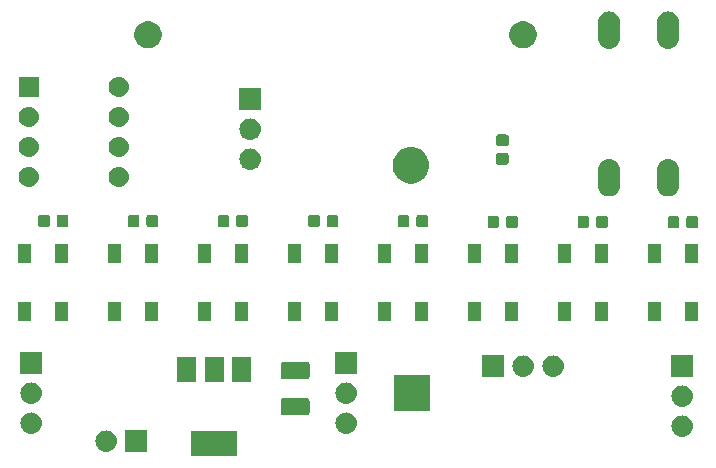
<source format=gbr>
G04 #@! TF.GenerationSoftware,KiCad,Pcbnew,(5.1.2-1)-1*
G04 #@! TF.CreationDate,2020-01-28T06:09:07-07:00*
G04 #@! TF.ProjectId,tiny_stick,74696e79-5f73-4746-9963-6b2e6b696361,rev?*
G04 #@! TF.SameCoordinates,Original*
G04 #@! TF.FileFunction,Soldermask,Top*
G04 #@! TF.FilePolarity,Negative*
%FSLAX46Y46*%
G04 Gerber Fmt 4.6, Leading zero omitted, Abs format (unit mm)*
G04 Created by KiCad (PCBNEW (5.1.2-1)-1) date 2020-01-28 06:09:07*
%MOMM*%
%LPD*%
G04 APERTURE LIST*
%ADD10C,0.100000*%
G04 APERTURE END LIST*
D10*
G36*
X105329000Y-103642000D02*
G01*
X101427000Y-103642000D01*
X101427000Y-101540000D01*
X105329000Y-101540000D01*
X105329000Y-103642000D01*
X105329000Y-103642000D01*
G37*
G36*
X97675000Y-103263000D02*
G01*
X95873000Y-103263000D01*
X95873000Y-101461000D01*
X97675000Y-101461000D01*
X97675000Y-103263000D01*
X97675000Y-103263000D01*
G37*
G36*
X94344442Y-101467518D02*
G01*
X94410627Y-101474037D01*
X94580466Y-101525557D01*
X94736991Y-101609222D01*
X94772729Y-101638552D01*
X94874186Y-101721814D01*
X94957448Y-101823271D01*
X94986778Y-101859009D01*
X95070443Y-102015534D01*
X95121963Y-102185373D01*
X95139359Y-102362000D01*
X95121963Y-102538627D01*
X95070443Y-102708466D01*
X94986778Y-102864991D01*
X94957448Y-102900729D01*
X94874186Y-103002186D01*
X94772729Y-103085448D01*
X94736991Y-103114778D01*
X94580466Y-103198443D01*
X94410627Y-103249963D01*
X94344442Y-103256482D01*
X94278260Y-103263000D01*
X94189740Y-103263000D01*
X94123558Y-103256482D01*
X94057373Y-103249963D01*
X93887534Y-103198443D01*
X93731009Y-103114778D01*
X93695271Y-103085448D01*
X93593814Y-103002186D01*
X93510552Y-102900729D01*
X93481222Y-102864991D01*
X93397557Y-102708466D01*
X93346037Y-102538627D01*
X93328641Y-102362000D01*
X93346037Y-102185373D01*
X93397557Y-102015534D01*
X93481222Y-101859009D01*
X93510552Y-101823271D01*
X93593814Y-101721814D01*
X93695271Y-101638552D01*
X93731009Y-101609222D01*
X93887534Y-101525557D01*
X94057373Y-101474037D01*
X94123558Y-101467518D01*
X94189740Y-101461000D01*
X94278260Y-101461000D01*
X94344442Y-101467518D01*
X94344442Y-101467518D01*
G37*
G36*
X143112442Y-100197518D02*
G01*
X143178627Y-100204037D01*
X143348466Y-100255557D01*
X143504991Y-100339222D01*
X143540729Y-100368552D01*
X143642186Y-100451814D01*
X143725448Y-100553271D01*
X143754778Y-100589009D01*
X143838443Y-100745534D01*
X143889963Y-100915373D01*
X143907359Y-101092000D01*
X143889963Y-101268627D01*
X143838443Y-101438466D01*
X143754778Y-101594991D01*
X143725448Y-101630729D01*
X143642186Y-101732186D01*
X143540729Y-101815448D01*
X143504991Y-101844778D01*
X143348466Y-101928443D01*
X143178627Y-101979963D01*
X143112442Y-101986482D01*
X143046260Y-101993000D01*
X142957740Y-101993000D01*
X142891558Y-101986482D01*
X142825373Y-101979963D01*
X142655534Y-101928443D01*
X142499009Y-101844778D01*
X142463271Y-101815448D01*
X142361814Y-101732186D01*
X142278552Y-101630729D01*
X142249222Y-101594991D01*
X142165557Y-101438466D01*
X142114037Y-101268627D01*
X142096641Y-101092000D01*
X142114037Y-100915373D01*
X142165557Y-100745534D01*
X142249222Y-100589009D01*
X142278552Y-100553271D01*
X142361814Y-100451814D01*
X142463271Y-100368552D01*
X142499009Y-100339222D01*
X142655534Y-100255557D01*
X142825373Y-100204037D01*
X142891558Y-100197518D01*
X142957740Y-100191000D01*
X143046260Y-100191000D01*
X143112442Y-100197518D01*
X143112442Y-100197518D01*
G37*
G36*
X114664443Y-99943519D02*
G01*
X114730627Y-99950037D01*
X114900466Y-100001557D01*
X114900468Y-100001558D01*
X114978729Y-100043390D01*
X115056991Y-100085222D01*
X115089020Y-100111508D01*
X115194186Y-100197814D01*
X115277448Y-100299271D01*
X115306778Y-100335009D01*
X115390443Y-100491534D01*
X115441963Y-100661373D01*
X115459359Y-100838000D01*
X115441963Y-101014627D01*
X115390443Y-101184466D01*
X115306778Y-101340991D01*
X115277448Y-101376729D01*
X115194186Y-101478186D01*
X115118864Y-101540000D01*
X115056991Y-101590778D01*
X114900466Y-101674443D01*
X114730627Y-101725963D01*
X114667453Y-101732185D01*
X114598260Y-101739000D01*
X114509740Y-101739000D01*
X114440547Y-101732185D01*
X114377373Y-101725963D01*
X114207534Y-101674443D01*
X114051009Y-101590778D01*
X113989136Y-101540000D01*
X113913814Y-101478186D01*
X113830552Y-101376729D01*
X113801222Y-101340991D01*
X113717557Y-101184466D01*
X113666037Y-101014627D01*
X113648641Y-100838000D01*
X113666037Y-100661373D01*
X113717557Y-100491534D01*
X113801222Y-100335009D01*
X113830552Y-100299271D01*
X113913814Y-100197814D01*
X114018980Y-100111508D01*
X114051009Y-100085222D01*
X114129271Y-100043390D01*
X114207532Y-100001558D01*
X114207534Y-100001557D01*
X114377373Y-99950037D01*
X114443557Y-99943519D01*
X114509740Y-99937000D01*
X114598260Y-99937000D01*
X114664443Y-99943519D01*
X114664443Y-99943519D01*
G37*
G36*
X87994443Y-99943519D02*
G01*
X88060627Y-99950037D01*
X88230466Y-100001557D01*
X88230468Y-100001558D01*
X88308729Y-100043390D01*
X88386991Y-100085222D01*
X88419020Y-100111508D01*
X88524186Y-100197814D01*
X88607448Y-100299271D01*
X88636778Y-100335009D01*
X88720443Y-100491534D01*
X88771963Y-100661373D01*
X88789359Y-100838000D01*
X88771963Y-101014627D01*
X88720443Y-101184466D01*
X88636778Y-101340991D01*
X88607448Y-101376729D01*
X88524186Y-101478186D01*
X88448864Y-101540000D01*
X88386991Y-101590778D01*
X88230466Y-101674443D01*
X88060627Y-101725963D01*
X87997453Y-101732185D01*
X87928260Y-101739000D01*
X87839740Y-101739000D01*
X87770547Y-101732185D01*
X87707373Y-101725963D01*
X87537534Y-101674443D01*
X87381009Y-101590778D01*
X87319136Y-101540000D01*
X87243814Y-101478186D01*
X87160552Y-101376729D01*
X87131222Y-101340991D01*
X87047557Y-101184466D01*
X86996037Y-101014627D01*
X86978641Y-100838000D01*
X86996037Y-100661373D01*
X87047557Y-100491534D01*
X87131222Y-100335009D01*
X87160552Y-100299271D01*
X87243814Y-100197814D01*
X87348980Y-100111508D01*
X87381009Y-100085222D01*
X87459271Y-100043390D01*
X87537532Y-100001558D01*
X87537534Y-100001557D01*
X87707373Y-99950037D01*
X87773557Y-99943519D01*
X87839740Y-99937000D01*
X87928260Y-99937000D01*
X87994443Y-99943519D01*
X87994443Y-99943519D01*
G37*
G36*
X111307811Y-98745271D02*
G01*
X111343603Y-98756129D01*
X111376595Y-98773763D01*
X111405508Y-98797492D01*
X111429237Y-98826405D01*
X111446871Y-98859397D01*
X111457729Y-98895189D01*
X111462000Y-98938555D01*
X111462000Y-99970445D01*
X111457729Y-100013811D01*
X111446871Y-100049603D01*
X111429237Y-100082595D01*
X111405508Y-100111508D01*
X111376595Y-100135237D01*
X111343603Y-100152871D01*
X111307811Y-100163729D01*
X111264445Y-100168000D01*
X109207555Y-100168000D01*
X109164189Y-100163729D01*
X109128397Y-100152871D01*
X109095405Y-100135237D01*
X109066492Y-100111508D01*
X109042763Y-100082595D01*
X109025129Y-100049603D01*
X109014271Y-100013811D01*
X109010000Y-99970445D01*
X109010000Y-98938555D01*
X109014271Y-98895189D01*
X109025129Y-98859397D01*
X109042763Y-98826405D01*
X109066492Y-98797492D01*
X109095405Y-98773763D01*
X109128397Y-98756129D01*
X109164189Y-98745271D01*
X109207555Y-98741000D01*
X111264445Y-98741000D01*
X111307811Y-98745271D01*
X111307811Y-98745271D01*
G37*
G36*
X121693000Y-99849000D02*
G01*
X118591000Y-99849000D01*
X118591000Y-96747000D01*
X121693000Y-96747000D01*
X121693000Y-99849000D01*
X121693000Y-99849000D01*
G37*
G36*
X143112443Y-97657519D02*
G01*
X143178627Y-97664037D01*
X143348466Y-97715557D01*
X143504991Y-97799222D01*
X143540729Y-97828552D01*
X143642186Y-97911814D01*
X143725448Y-98013271D01*
X143754778Y-98049009D01*
X143838443Y-98205534D01*
X143889963Y-98375373D01*
X143907359Y-98552000D01*
X143889963Y-98728627D01*
X143838443Y-98898466D01*
X143754778Y-99054991D01*
X143725448Y-99090729D01*
X143642186Y-99192186D01*
X143540729Y-99275448D01*
X143504991Y-99304778D01*
X143348466Y-99388443D01*
X143178627Y-99439963D01*
X143112443Y-99446481D01*
X143046260Y-99453000D01*
X142957740Y-99453000D01*
X142891557Y-99446481D01*
X142825373Y-99439963D01*
X142655534Y-99388443D01*
X142499009Y-99304778D01*
X142463271Y-99275448D01*
X142361814Y-99192186D01*
X142278552Y-99090729D01*
X142249222Y-99054991D01*
X142165557Y-98898466D01*
X142114037Y-98728627D01*
X142096641Y-98552000D01*
X142114037Y-98375373D01*
X142165557Y-98205534D01*
X142249222Y-98049009D01*
X142278552Y-98013271D01*
X142361814Y-97911814D01*
X142463271Y-97828552D01*
X142499009Y-97799222D01*
X142655534Y-97715557D01*
X142825373Y-97664037D01*
X142891557Y-97657519D01*
X142957740Y-97651000D01*
X143046260Y-97651000D01*
X143112443Y-97657519D01*
X143112443Y-97657519D01*
G37*
G36*
X114664442Y-97403518D02*
G01*
X114730627Y-97410037D01*
X114900466Y-97461557D01*
X115056991Y-97545222D01*
X115092729Y-97574552D01*
X115194186Y-97657814D01*
X115277448Y-97759271D01*
X115306778Y-97795009D01*
X115390443Y-97951534D01*
X115441963Y-98121373D01*
X115459359Y-98298000D01*
X115441963Y-98474627D01*
X115390443Y-98644466D01*
X115306778Y-98800991D01*
X115285921Y-98826405D01*
X115194186Y-98938186D01*
X115092729Y-99021448D01*
X115056991Y-99050778D01*
X114900466Y-99134443D01*
X114730627Y-99185963D01*
X114667453Y-99192185D01*
X114598260Y-99199000D01*
X114509740Y-99199000D01*
X114440547Y-99192185D01*
X114377373Y-99185963D01*
X114207534Y-99134443D01*
X114051009Y-99050778D01*
X114015271Y-99021448D01*
X113913814Y-98938186D01*
X113822079Y-98826405D01*
X113801222Y-98800991D01*
X113717557Y-98644466D01*
X113666037Y-98474627D01*
X113648641Y-98298000D01*
X113666037Y-98121373D01*
X113717557Y-97951534D01*
X113801222Y-97795009D01*
X113830552Y-97759271D01*
X113913814Y-97657814D01*
X114015271Y-97574552D01*
X114051009Y-97545222D01*
X114207534Y-97461557D01*
X114377373Y-97410037D01*
X114443558Y-97403518D01*
X114509740Y-97397000D01*
X114598260Y-97397000D01*
X114664442Y-97403518D01*
X114664442Y-97403518D01*
G37*
G36*
X87994442Y-97403518D02*
G01*
X88060627Y-97410037D01*
X88230466Y-97461557D01*
X88386991Y-97545222D01*
X88422729Y-97574552D01*
X88524186Y-97657814D01*
X88607448Y-97759271D01*
X88636778Y-97795009D01*
X88720443Y-97951534D01*
X88771963Y-98121373D01*
X88789359Y-98298000D01*
X88771963Y-98474627D01*
X88720443Y-98644466D01*
X88636778Y-98800991D01*
X88615921Y-98826405D01*
X88524186Y-98938186D01*
X88422729Y-99021448D01*
X88386991Y-99050778D01*
X88230466Y-99134443D01*
X88060627Y-99185963D01*
X87997453Y-99192185D01*
X87928260Y-99199000D01*
X87839740Y-99199000D01*
X87770547Y-99192185D01*
X87707373Y-99185963D01*
X87537534Y-99134443D01*
X87381009Y-99050778D01*
X87345271Y-99021448D01*
X87243814Y-98938186D01*
X87152079Y-98826405D01*
X87131222Y-98800991D01*
X87047557Y-98644466D01*
X86996037Y-98474627D01*
X86978641Y-98298000D01*
X86996037Y-98121373D01*
X87047557Y-97951534D01*
X87131222Y-97795009D01*
X87160552Y-97759271D01*
X87243814Y-97657814D01*
X87345271Y-97574552D01*
X87381009Y-97545222D01*
X87537534Y-97461557D01*
X87707373Y-97410037D01*
X87773558Y-97403518D01*
X87839740Y-97397000D01*
X87928260Y-97397000D01*
X87994442Y-97403518D01*
X87994442Y-97403518D01*
G37*
G36*
X101879000Y-97342000D02*
G01*
X100277000Y-97342000D01*
X100277000Y-95240000D01*
X101879000Y-95240000D01*
X101879000Y-97342000D01*
X101879000Y-97342000D01*
G37*
G36*
X106479000Y-97342000D02*
G01*
X104877000Y-97342000D01*
X104877000Y-95240000D01*
X106479000Y-95240000D01*
X106479000Y-97342000D01*
X106479000Y-97342000D01*
G37*
G36*
X104179000Y-97342000D02*
G01*
X102577000Y-97342000D01*
X102577000Y-95240000D01*
X104179000Y-95240000D01*
X104179000Y-97342000D01*
X104179000Y-97342000D01*
G37*
G36*
X111307811Y-95670271D02*
G01*
X111343603Y-95681129D01*
X111376595Y-95698763D01*
X111405508Y-95722492D01*
X111429237Y-95751405D01*
X111446871Y-95784397D01*
X111457729Y-95820189D01*
X111462000Y-95863555D01*
X111462000Y-96895445D01*
X111457729Y-96938811D01*
X111446871Y-96974603D01*
X111429237Y-97007595D01*
X111405508Y-97036508D01*
X111376595Y-97060237D01*
X111343603Y-97077871D01*
X111307811Y-97088729D01*
X111264445Y-97093000D01*
X109207555Y-97093000D01*
X109164189Y-97088729D01*
X109128397Y-97077871D01*
X109095405Y-97060237D01*
X109066492Y-97036508D01*
X109042763Y-97007595D01*
X109025129Y-96974603D01*
X109014271Y-96938811D01*
X109010000Y-96895445D01*
X109010000Y-95863555D01*
X109014271Y-95820189D01*
X109025129Y-95784397D01*
X109042763Y-95751405D01*
X109066492Y-95722492D01*
X109095405Y-95698763D01*
X109128397Y-95681129D01*
X109164189Y-95670271D01*
X109207555Y-95666000D01*
X111264445Y-95666000D01*
X111307811Y-95670271D01*
X111307811Y-95670271D01*
G37*
G36*
X143903000Y-96913000D02*
G01*
X142101000Y-96913000D01*
X142101000Y-95111000D01*
X143903000Y-95111000D01*
X143903000Y-96913000D01*
X143903000Y-96913000D01*
G37*
G36*
X132190442Y-95117518D02*
G01*
X132256627Y-95124037D01*
X132426466Y-95175557D01*
X132582991Y-95259222D01*
X132618729Y-95288552D01*
X132720186Y-95371814D01*
X132803448Y-95473271D01*
X132832778Y-95509009D01*
X132916443Y-95665534D01*
X132967963Y-95835373D01*
X132985359Y-96012000D01*
X132967963Y-96188627D01*
X132916443Y-96358466D01*
X132832778Y-96514991D01*
X132803448Y-96550729D01*
X132720186Y-96652186D01*
X132618729Y-96735448D01*
X132582991Y-96764778D01*
X132426466Y-96848443D01*
X132256627Y-96899963D01*
X132190443Y-96906481D01*
X132124260Y-96913000D01*
X132035740Y-96913000D01*
X131969557Y-96906481D01*
X131903373Y-96899963D01*
X131733534Y-96848443D01*
X131577009Y-96764778D01*
X131541271Y-96735448D01*
X131439814Y-96652186D01*
X131356552Y-96550729D01*
X131327222Y-96514991D01*
X131243557Y-96358466D01*
X131192037Y-96188627D01*
X131174641Y-96012000D01*
X131192037Y-95835373D01*
X131243557Y-95665534D01*
X131327222Y-95509009D01*
X131356552Y-95473271D01*
X131439814Y-95371814D01*
X131541271Y-95288552D01*
X131577009Y-95259222D01*
X131733534Y-95175557D01*
X131903373Y-95124037D01*
X131969558Y-95117518D01*
X132035740Y-95111000D01*
X132124260Y-95111000D01*
X132190442Y-95117518D01*
X132190442Y-95117518D01*
G37*
G36*
X129650442Y-95117518D02*
G01*
X129716627Y-95124037D01*
X129886466Y-95175557D01*
X130042991Y-95259222D01*
X130078729Y-95288552D01*
X130180186Y-95371814D01*
X130263448Y-95473271D01*
X130292778Y-95509009D01*
X130376443Y-95665534D01*
X130427963Y-95835373D01*
X130445359Y-96012000D01*
X130427963Y-96188627D01*
X130376443Y-96358466D01*
X130292778Y-96514991D01*
X130263448Y-96550729D01*
X130180186Y-96652186D01*
X130078729Y-96735448D01*
X130042991Y-96764778D01*
X129886466Y-96848443D01*
X129716627Y-96899963D01*
X129650443Y-96906481D01*
X129584260Y-96913000D01*
X129495740Y-96913000D01*
X129429557Y-96906481D01*
X129363373Y-96899963D01*
X129193534Y-96848443D01*
X129037009Y-96764778D01*
X129001271Y-96735448D01*
X128899814Y-96652186D01*
X128816552Y-96550729D01*
X128787222Y-96514991D01*
X128703557Y-96358466D01*
X128652037Y-96188627D01*
X128634641Y-96012000D01*
X128652037Y-95835373D01*
X128703557Y-95665534D01*
X128787222Y-95509009D01*
X128816552Y-95473271D01*
X128899814Y-95371814D01*
X129001271Y-95288552D01*
X129037009Y-95259222D01*
X129193534Y-95175557D01*
X129363373Y-95124037D01*
X129429558Y-95117518D01*
X129495740Y-95111000D01*
X129584260Y-95111000D01*
X129650442Y-95117518D01*
X129650442Y-95117518D01*
G37*
G36*
X127901000Y-96913000D02*
G01*
X126099000Y-96913000D01*
X126099000Y-95111000D01*
X127901000Y-95111000D01*
X127901000Y-96913000D01*
X127901000Y-96913000D01*
G37*
G36*
X115455000Y-96659000D02*
G01*
X113653000Y-96659000D01*
X113653000Y-94857000D01*
X115455000Y-94857000D01*
X115455000Y-96659000D01*
X115455000Y-96659000D01*
G37*
G36*
X88785000Y-96659000D02*
G01*
X86983000Y-96659000D01*
X86983000Y-94857000D01*
X88785000Y-94857000D01*
X88785000Y-96659000D01*
X88785000Y-96659000D01*
G37*
G36*
X133571000Y-92151000D02*
G01*
X132469000Y-92151000D01*
X132469000Y-90549000D01*
X133571000Y-90549000D01*
X133571000Y-92151000D01*
X133571000Y-92151000D01*
G37*
G36*
X144391000Y-92151000D02*
G01*
X143289000Y-92151000D01*
X143289000Y-90549000D01*
X144391000Y-90549000D01*
X144391000Y-92151000D01*
X144391000Y-92151000D01*
G37*
G36*
X110711000Y-92151000D02*
G01*
X109609000Y-92151000D01*
X109609000Y-90549000D01*
X110711000Y-90549000D01*
X110711000Y-92151000D01*
X110711000Y-92151000D01*
G37*
G36*
X136771000Y-92151000D02*
G01*
X135669000Y-92151000D01*
X135669000Y-90549000D01*
X136771000Y-90549000D01*
X136771000Y-92151000D01*
X136771000Y-92151000D01*
G37*
G36*
X113911000Y-92151000D02*
G01*
X112809000Y-92151000D01*
X112809000Y-90549000D01*
X113911000Y-90549000D01*
X113911000Y-92151000D01*
X113911000Y-92151000D01*
G37*
G36*
X118331000Y-92151000D02*
G01*
X117229000Y-92151000D01*
X117229000Y-90549000D01*
X118331000Y-90549000D01*
X118331000Y-92151000D01*
X118331000Y-92151000D01*
G37*
G36*
X125951000Y-92151000D02*
G01*
X124849000Y-92151000D01*
X124849000Y-90549000D01*
X125951000Y-90549000D01*
X125951000Y-92151000D01*
X125951000Y-92151000D01*
G37*
G36*
X121531000Y-92151000D02*
G01*
X120429000Y-92151000D01*
X120429000Y-90549000D01*
X121531000Y-90549000D01*
X121531000Y-92151000D01*
X121531000Y-92151000D01*
G37*
G36*
X129151000Y-92151000D02*
G01*
X128049000Y-92151000D01*
X128049000Y-90549000D01*
X129151000Y-90549000D01*
X129151000Y-92151000D01*
X129151000Y-92151000D01*
G37*
G36*
X141191000Y-92151000D02*
G01*
X140089000Y-92151000D01*
X140089000Y-90549000D01*
X141191000Y-90549000D01*
X141191000Y-92151000D01*
X141191000Y-92151000D01*
G37*
G36*
X103091000Y-92151000D02*
G01*
X101989000Y-92151000D01*
X101989000Y-90549000D01*
X103091000Y-90549000D01*
X103091000Y-92151000D01*
X103091000Y-92151000D01*
G37*
G36*
X87851000Y-92151000D02*
G01*
X86749000Y-92151000D01*
X86749000Y-90549000D01*
X87851000Y-90549000D01*
X87851000Y-92151000D01*
X87851000Y-92151000D01*
G37*
G36*
X106291000Y-92151000D02*
G01*
X105189000Y-92151000D01*
X105189000Y-90549000D01*
X106291000Y-90549000D01*
X106291000Y-92151000D01*
X106291000Y-92151000D01*
G37*
G36*
X95471000Y-92151000D02*
G01*
X94369000Y-92151000D01*
X94369000Y-90549000D01*
X95471000Y-90549000D01*
X95471000Y-92151000D01*
X95471000Y-92151000D01*
G37*
G36*
X98671000Y-92151000D02*
G01*
X97569000Y-92151000D01*
X97569000Y-90549000D01*
X98671000Y-90549000D01*
X98671000Y-92151000D01*
X98671000Y-92151000D01*
G37*
G36*
X91051000Y-92151000D02*
G01*
X89949000Y-92151000D01*
X89949000Y-90549000D01*
X91051000Y-90549000D01*
X91051000Y-92151000D01*
X91051000Y-92151000D01*
G37*
G36*
X121531000Y-87251000D02*
G01*
X120429000Y-87251000D01*
X120429000Y-85649000D01*
X121531000Y-85649000D01*
X121531000Y-87251000D01*
X121531000Y-87251000D01*
G37*
G36*
X95471000Y-87251000D02*
G01*
X94369000Y-87251000D01*
X94369000Y-85649000D01*
X95471000Y-85649000D01*
X95471000Y-87251000D01*
X95471000Y-87251000D01*
G37*
G36*
X110711000Y-87251000D02*
G01*
X109609000Y-87251000D01*
X109609000Y-85649000D01*
X110711000Y-85649000D01*
X110711000Y-87251000D01*
X110711000Y-87251000D01*
G37*
G36*
X106291000Y-87251000D02*
G01*
X105189000Y-87251000D01*
X105189000Y-85649000D01*
X106291000Y-85649000D01*
X106291000Y-87251000D01*
X106291000Y-87251000D01*
G37*
G36*
X103091000Y-87251000D02*
G01*
X101989000Y-87251000D01*
X101989000Y-85649000D01*
X103091000Y-85649000D01*
X103091000Y-87251000D01*
X103091000Y-87251000D01*
G37*
G36*
X98671000Y-87251000D02*
G01*
X97569000Y-87251000D01*
X97569000Y-85649000D01*
X98671000Y-85649000D01*
X98671000Y-87251000D01*
X98671000Y-87251000D01*
G37*
G36*
X118331000Y-87251000D02*
G01*
X117229000Y-87251000D01*
X117229000Y-85649000D01*
X118331000Y-85649000D01*
X118331000Y-87251000D01*
X118331000Y-87251000D01*
G37*
G36*
X91051000Y-87251000D02*
G01*
X89949000Y-87251000D01*
X89949000Y-85649000D01*
X91051000Y-85649000D01*
X91051000Y-87251000D01*
X91051000Y-87251000D01*
G37*
G36*
X87851000Y-87251000D02*
G01*
X86749000Y-87251000D01*
X86749000Y-85649000D01*
X87851000Y-85649000D01*
X87851000Y-87251000D01*
X87851000Y-87251000D01*
G37*
G36*
X113911000Y-87251000D02*
G01*
X112809000Y-87251000D01*
X112809000Y-85649000D01*
X113911000Y-85649000D01*
X113911000Y-87251000D01*
X113911000Y-87251000D01*
G37*
G36*
X144391000Y-87251000D02*
G01*
X143289000Y-87251000D01*
X143289000Y-85649000D01*
X144391000Y-85649000D01*
X144391000Y-87251000D01*
X144391000Y-87251000D01*
G37*
G36*
X141191000Y-87251000D02*
G01*
X140089000Y-87251000D01*
X140089000Y-85649000D01*
X141191000Y-85649000D01*
X141191000Y-87251000D01*
X141191000Y-87251000D01*
G37*
G36*
X129151000Y-87251000D02*
G01*
X128049000Y-87251000D01*
X128049000Y-85649000D01*
X129151000Y-85649000D01*
X129151000Y-87251000D01*
X129151000Y-87251000D01*
G37*
G36*
X125951000Y-87251000D02*
G01*
X124849000Y-87251000D01*
X124849000Y-85649000D01*
X125951000Y-85649000D01*
X125951000Y-87251000D01*
X125951000Y-87251000D01*
G37*
G36*
X136771000Y-87251000D02*
G01*
X135669000Y-87251000D01*
X135669000Y-85649000D01*
X136771000Y-85649000D01*
X136771000Y-87251000D01*
X136771000Y-87251000D01*
G37*
G36*
X133571000Y-87251000D02*
G01*
X132469000Y-87251000D01*
X132469000Y-85649000D01*
X133571000Y-85649000D01*
X133571000Y-87251000D01*
X133571000Y-87251000D01*
G37*
G36*
X144207791Y-83298085D02*
G01*
X144241769Y-83308393D01*
X144273090Y-83325134D01*
X144300539Y-83347661D01*
X144323066Y-83375110D01*
X144339807Y-83406431D01*
X144350115Y-83440409D01*
X144354200Y-83481890D01*
X144354200Y-84158110D01*
X144350115Y-84199591D01*
X144339807Y-84233569D01*
X144323066Y-84264890D01*
X144300539Y-84292339D01*
X144273090Y-84314866D01*
X144241769Y-84331607D01*
X144207791Y-84341915D01*
X144166310Y-84346000D01*
X143565090Y-84346000D01*
X143523609Y-84341915D01*
X143489631Y-84331607D01*
X143458310Y-84314866D01*
X143430861Y-84292339D01*
X143408334Y-84264890D01*
X143391593Y-84233569D01*
X143381285Y-84199591D01*
X143377200Y-84158110D01*
X143377200Y-83481890D01*
X143381285Y-83440409D01*
X143391593Y-83406431D01*
X143408334Y-83375110D01*
X143430861Y-83347661D01*
X143458310Y-83325134D01*
X143489631Y-83308393D01*
X143523609Y-83298085D01*
X143565090Y-83294000D01*
X144166310Y-83294000D01*
X144207791Y-83298085D01*
X144207791Y-83298085D01*
G37*
G36*
X142632791Y-83298085D02*
G01*
X142666769Y-83308393D01*
X142698090Y-83325134D01*
X142725539Y-83347661D01*
X142748066Y-83375110D01*
X142764807Y-83406431D01*
X142775115Y-83440409D01*
X142779200Y-83481890D01*
X142779200Y-84158110D01*
X142775115Y-84199591D01*
X142764807Y-84233569D01*
X142748066Y-84264890D01*
X142725539Y-84292339D01*
X142698090Y-84314866D01*
X142666769Y-84331607D01*
X142632791Y-84341915D01*
X142591310Y-84346000D01*
X141990090Y-84346000D01*
X141948609Y-84341915D01*
X141914631Y-84331607D01*
X141883310Y-84314866D01*
X141855861Y-84292339D01*
X141833334Y-84264890D01*
X141816593Y-84233569D01*
X141806285Y-84199591D01*
X141802200Y-84158110D01*
X141802200Y-83481890D01*
X141806285Y-83440409D01*
X141816593Y-83406431D01*
X141833334Y-83375110D01*
X141855861Y-83347661D01*
X141883310Y-83325134D01*
X141914631Y-83308393D01*
X141948609Y-83298085D01*
X141990090Y-83294000D01*
X142591310Y-83294000D01*
X142632791Y-83298085D01*
X142632791Y-83298085D01*
G37*
G36*
X127367391Y-83272685D02*
G01*
X127401369Y-83282993D01*
X127432690Y-83299734D01*
X127460139Y-83322261D01*
X127482666Y-83349710D01*
X127499407Y-83381031D01*
X127509715Y-83415009D01*
X127513800Y-83456490D01*
X127513800Y-84132710D01*
X127509715Y-84174191D01*
X127499407Y-84208169D01*
X127482666Y-84239490D01*
X127460139Y-84266939D01*
X127432690Y-84289466D01*
X127401369Y-84306207D01*
X127367391Y-84316515D01*
X127325910Y-84320600D01*
X126724690Y-84320600D01*
X126683209Y-84316515D01*
X126649231Y-84306207D01*
X126617910Y-84289466D01*
X126590461Y-84266939D01*
X126567934Y-84239490D01*
X126551193Y-84208169D01*
X126540885Y-84174191D01*
X126536800Y-84132710D01*
X126536800Y-83456490D01*
X126540885Y-83415009D01*
X126551193Y-83381031D01*
X126567934Y-83349710D01*
X126590461Y-83322261D01*
X126617910Y-83299734D01*
X126649231Y-83282993D01*
X126683209Y-83272685D01*
X126724690Y-83268600D01*
X127325910Y-83268600D01*
X127367391Y-83272685D01*
X127367391Y-83272685D01*
G37*
G36*
X136562391Y-83272685D02*
G01*
X136596369Y-83282993D01*
X136627690Y-83299734D01*
X136655139Y-83322261D01*
X136677666Y-83349710D01*
X136694407Y-83381031D01*
X136704715Y-83415009D01*
X136708800Y-83456490D01*
X136708800Y-84132710D01*
X136704715Y-84174191D01*
X136694407Y-84208169D01*
X136677666Y-84239490D01*
X136655139Y-84266939D01*
X136627690Y-84289466D01*
X136596369Y-84306207D01*
X136562391Y-84316515D01*
X136520910Y-84320600D01*
X135919690Y-84320600D01*
X135878209Y-84316515D01*
X135844231Y-84306207D01*
X135812910Y-84289466D01*
X135785461Y-84266939D01*
X135762934Y-84239490D01*
X135746193Y-84208169D01*
X135735885Y-84174191D01*
X135731800Y-84132710D01*
X135731800Y-83456490D01*
X135735885Y-83415009D01*
X135746193Y-83381031D01*
X135762934Y-83349710D01*
X135785461Y-83322261D01*
X135812910Y-83299734D01*
X135844231Y-83282993D01*
X135878209Y-83272685D01*
X135919690Y-83268600D01*
X136520910Y-83268600D01*
X136562391Y-83272685D01*
X136562391Y-83272685D01*
G37*
G36*
X134987391Y-83272685D02*
G01*
X135021369Y-83282993D01*
X135052690Y-83299734D01*
X135080139Y-83322261D01*
X135102666Y-83349710D01*
X135119407Y-83381031D01*
X135129715Y-83415009D01*
X135133800Y-83456490D01*
X135133800Y-84132710D01*
X135129715Y-84174191D01*
X135119407Y-84208169D01*
X135102666Y-84239490D01*
X135080139Y-84266939D01*
X135052690Y-84289466D01*
X135021369Y-84306207D01*
X134987391Y-84316515D01*
X134945910Y-84320600D01*
X134344690Y-84320600D01*
X134303209Y-84316515D01*
X134269231Y-84306207D01*
X134237910Y-84289466D01*
X134210461Y-84266939D01*
X134187934Y-84239490D01*
X134171193Y-84208169D01*
X134160885Y-84174191D01*
X134156800Y-84132710D01*
X134156800Y-83456490D01*
X134160885Y-83415009D01*
X134171193Y-83381031D01*
X134187934Y-83349710D01*
X134210461Y-83322261D01*
X134237910Y-83299734D01*
X134269231Y-83282993D01*
X134303209Y-83272685D01*
X134344690Y-83268600D01*
X134945910Y-83268600D01*
X134987391Y-83272685D01*
X134987391Y-83272685D01*
G37*
G36*
X128942391Y-83272685D02*
G01*
X128976369Y-83282993D01*
X129007690Y-83299734D01*
X129035139Y-83322261D01*
X129057666Y-83349710D01*
X129074407Y-83381031D01*
X129084715Y-83415009D01*
X129088800Y-83456490D01*
X129088800Y-84132710D01*
X129084715Y-84174191D01*
X129074407Y-84208169D01*
X129057666Y-84239490D01*
X129035139Y-84266939D01*
X129007690Y-84289466D01*
X128976369Y-84306207D01*
X128942391Y-84316515D01*
X128900910Y-84320600D01*
X128299690Y-84320600D01*
X128258209Y-84316515D01*
X128224231Y-84306207D01*
X128192910Y-84289466D01*
X128165461Y-84266939D01*
X128142934Y-84239490D01*
X128126193Y-84208169D01*
X128115885Y-84174191D01*
X128111800Y-84132710D01*
X128111800Y-83456490D01*
X128115885Y-83415009D01*
X128126193Y-83381031D01*
X128142934Y-83349710D01*
X128165461Y-83322261D01*
X128192910Y-83299734D01*
X128224231Y-83282993D01*
X128258209Y-83272685D01*
X128299690Y-83268600D01*
X128900910Y-83268600D01*
X128942391Y-83272685D01*
X128942391Y-83272685D01*
G37*
G36*
X106082391Y-83221885D02*
G01*
X106116369Y-83232193D01*
X106147690Y-83248934D01*
X106175139Y-83271461D01*
X106197666Y-83298910D01*
X106214407Y-83330231D01*
X106224715Y-83364209D01*
X106228800Y-83405690D01*
X106228800Y-84081910D01*
X106224715Y-84123391D01*
X106214407Y-84157369D01*
X106197666Y-84188690D01*
X106175139Y-84216139D01*
X106147690Y-84238666D01*
X106116369Y-84255407D01*
X106082391Y-84265715D01*
X106040910Y-84269800D01*
X105439690Y-84269800D01*
X105398209Y-84265715D01*
X105364231Y-84255407D01*
X105332910Y-84238666D01*
X105305461Y-84216139D01*
X105282934Y-84188690D01*
X105266193Y-84157369D01*
X105255885Y-84123391D01*
X105251800Y-84081910D01*
X105251800Y-83405690D01*
X105255885Y-83364209D01*
X105266193Y-83330231D01*
X105282934Y-83298910D01*
X105305461Y-83271461D01*
X105332910Y-83248934D01*
X105364231Y-83232193D01*
X105398209Y-83221885D01*
X105439690Y-83217800D01*
X106040910Y-83217800D01*
X106082391Y-83221885D01*
X106082391Y-83221885D01*
G37*
G36*
X104507391Y-83221885D02*
G01*
X104541369Y-83232193D01*
X104572690Y-83248934D01*
X104600139Y-83271461D01*
X104622666Y-83298910D01*
X104639407Y-83330231D01*
X104649715Y-83364209D01*
X104653800Y-83405690D01*
X104653800Y-84081910D01*
X104649715Y-84123391D01*
X104639407Y-84157369D01*
X104622666Y-84188690D01*
X104600139Y-84216139D01*
X104572690Y-84238666D01*
X104541369Y-84255407D01*
X104507391Y-84265715D01*
X104465910Y-84269800D01*
X103864690Y-84269800D01*
X103823209Y-84265715D01*
X103789231Y-84255407D01*
X103757910Y-84238666D01*
X103730461Y-84216139D01*
X103707934Y-84188690D01*
X103691193Y-84157369D01*
X103680885Y-84123391D01*
X103676800Y-84081910D01*
X103676800Y-83405690D01*
X103680885Y-83364209D01*
X103691193Y-83330231D01*
X103707934Y-83298910D01*
X103730461Y-83271461D01*
X103757910Y-83248934D01*
X103789231Y-83232193D01*
X103823209Y-83221885D01*
X103864690Y-83217800D01*
X104465910Y-83217800D01*
X104507391Y-83221885D01*
X104507391Y-83221885D01*
G37*
G36*
X112178191Y-83221885D02*
G01*
X112212169Y-83232193D01*
X112243490Y-83248934D01*
X112270939Y-83271461D01*
X112293466Y-83298910D01*
X112310207Y-83330231D01*
X112320515Y-83364209D01*
X112324600Y-83405690D01*
X112324600Y-84081910D01*
X112320515Y-84123391D01*
X112310207Y-84157369D01*
X112293466Y-84188690D01*
X112270939Y-84216139D01*
X112243490Y-84238666D01*
X112212169Y-84255407D01*
X112178191Y-84265715D01*
X112136710Y-84269800D01*
X111535490Y-84269800D01*
X111494009Y-84265715D01*
X111460031Y-84255407D01*
X111428710Y-84238666D01*
X111401261Y-84216139D01*
X111378734Y-84188690D01*
X111361993Y-84157369D01*
X111351685Y-84123391D01*
X111347600Y-84081910D01*
X111347600Y-83405690D01*
X111351685Y-83364209D01*
X111361993Y-83330231D01*
X111378734Y-83298910D01*
X111401261Y-83271461D01*
X111428710Y-83248934D01*
X111460031Y-83232193D01*
X111494009Y-83221885D01*
X111535490Y-83217800D01*
X112136710Y-83217800D01*
X112178191Y-83221885D01*
X112178191Y-83221885D01*
G37*
G36*
X113753191Y-83221885D02*
G01*
X113787169Y-83232193D01*
X113818490Y-83248934D01*
X113845939Y-83271461D01*
X113868466Y-83298910D01*
X113885207Y-83330231D01*
X113895515Y-83364209D01*
X113899600Y-83405690D01*
X113899600Y-84081910D01*
X113895515Y-84123391D01*
X113885207Y-84157369D01*
X113868466Y-84188690D01*
X113845939Y-84216139D01*
X113818490Y-84238666D01*
X113787169Y-84255407D01*
X113753191Y-84265715D01*
X113711710Y-84269800D01*
X113110490Y-84269800D01*
X113069009Y-84265715D01*
X113035031Y-84255407D01*
X113003710Y-84238666D01*
X112976261Y-84216139D01*
X112953734Y-84188690D01*
X112936993Y-84157369D01*
X112926685Y-84123391D01*
X112922600Y-84081910D01*
X112922600Y-83405690D01*
X112926685Y-83364209D01*
X112936993Y-83330231D01*
X112953734Y-83298910D01*
X112976261Y-83271461D01*
X113003710Y-83248934D01*
X113035031Y-83232193D01*
X113069009Y-83221885D01*
X113110490Y-83217800D01*
X113711710Y-83217800D01*
X113753191Y-83221885D01*
X113753191Y-83221885D01*
G37*
G36*
X119772791Y-83221885D02*
G01*
X119806769Y-83232193D01*
X119838090Y-83248934D01*
X119865539Y-83271461D01*
X119888066Y-83298910D01*
X119904807Y-83330231D01*
X119915115Y-83364209D01*
X119919200Y-83405690D01*
X119919200Y-84081910D01*
X119915115Y-84123391D01*
X119904807Y-84157369D01*
X119888066Y-84188690D01*
X119865539Y-84216139D01*
X119838090Y-84238666D01*
X119806769Y-84255407D01*
X119772791Y-84265715D01*
X119731310Y-84269800D01*
X119130090Y-84269800D01*
X119088609Y-84265715D01*
X119054631Y-84255407D01*
X119023310Y-84238666D01*
X118995861Y-84216139D01*
X118973334Y-84188690D01*
X118956593Y-84157369D01*
X118946285Y-84123391D01*
X118942200Y-84081910D01*
X118942200Y-83405690D01*
X118946285Y-83364209D01*
X118956593Y-83330231D01*
X118973334Y-83298910D01*
X118995861Y-83271461D01*
X119023310Y-83248934D01*
X119054631Y-83232193D01*
X119088609Y-83221885D01*
X119130090Y-83217800D01*
X119731310Y-83217800D01*
X119772791Y-83221885D01*
X119772791Y-83221885D01*
G37*
G36*
X121347791Y-83221885D02*
G01*
X121381769Y-83232193D01*
X121413090Y-83248934D01*
X121440539Y-83271461D01*
X121463066Y-83298910D01*
X121479807Y-83330231D01*
X121490115Y-83364209D01*
X121494200Y-83405690D01*
X121494200Y-84081910D01*
X121490115Y-84123391D01*
X121479807Y-84157369D01*
X121463066Y-84188690D01*
X121440539Y-84216139D01*
X121413090Y-84238666D01*
X121381769Y-84255407D01*
X121347791Y-84265715D01*
X121306310Y-84269800D01*
X120705090Y-84269800D01*
X120663609Y-84265715D01*
X120629631Y-84255407D01*
X120598310Y-84238666D01*
X120570861Y-84216139D01*
X120548334Y-84188690D01*
X120531593Y-84157369D01*
X120521285Y-84123391D01*
X120517200Y-84081910D01*
X120517200Y-83405690D01*
X120521285Y-83364209D01*
X120531593Y-83330231D01*
X120548334Y-83298910D01*
X120570861Y-83271461D01*
X120598310Y-83248934D01*
X120629631Y-83232193D01*
X120663609Y-83221885D01*
X120705090Y-83217800D01*
X121306310Y-83217800D01*
X121347791Y-83221885D01*
X121347791Y-83221885D01*
G37*
G36*
X98487791Y-83196485D02*
G01*
X98521769Y-83206793D01*
X98553090Y-83223534D01*
X98580539Y-83246061D01*
X98603066Y-83273510D01*
X98619807Y-83304831D01*
X98630115Y-83338809D01*
X98634200Y-83380290D01*
X98634200Y-84056510D01*
X98630115Y-84097991D01*
X98619807Y-84131969D01*
X98603066Y-84163290D01*
X98580539Y-84190739D01*
X98553090Y-84213266D01*
X98521769Y-84230007D01*
X98487791Y-84240315D01*
X98446310Y-84244400D01*
X97845090Y-84244400D01*
X97803609Y-84240315D01*
X97769631Y-84230007D01*
X97738310Y-84213266D01*
X97710861Y-84190739D01*
X97688334Y-84163290D01*
X97671593Y-84131969D01*
X97661285Y-84097991D01*
X97657200Y-84056510D01*
X97657200Y-83380290D01*
X97661285Y-83338809D01*
X97671593Y-83304831D01*
X97688334Y-83273510D01*
X97710861Y-83246061D01*
X97738310Y-83223534D01*
X97769631Y-83206793D01*
X97803609Y-83196485D01*
X97845090Y-83192400D01*
X98446310Y-83192400D01*
X98487791Y-83196485D01*
X98487791Y-83196485D01*
G37*
G36*
X96912791Y-83196485D02*
G01*
X96946769Y-83206793D01*
X96978090Y-83223534D01*
X97005539Y-83246061D01*
X97028066Y-83273510D01*
X97044807Y-83304831D01*
X97055115Y-83338809D01*
X97059200Y-83380290D01*
X97059200Y-84056510D01*
X97055115Y-84097991D01*
X97044807Y-84131969D01*
X97028066Y-84163290D01*
X97005539Y-84190739D01*
X96978090Y-84213266D01*
X96946769Y-84230007D01*
X96912791Y-84240315D01*
X96871310Y-84244400D01*
X96270090Y-84244400D01*
X96228609Y-84240315D01*
X96194631Y-84230007D01*
X96163310Y-84213266D01*
X96135861Y-84190739D01*
X96113334Y-84163290D01*
X96096593Y-84131969D01*
X96086285Y-84097991D01*
X96082200Y-84056510D01*
X96082200Y-83380290D01*
X96086285Y-83338809D01*
X96096593Y-83304831D01*
X96113334Y-83273510D01*
X96135861Y-83246061D01*
X96163310Y-83223534D01*
X96194631Y-83206793D01*
X96228609Y-83196485D01*
X96270090Y-83192400D01*
X96871310Y-83192400D01*
X96912791Y-83196485D01*
X96912791Y-83196485D01*
G37*
G36*
X90893191Y-83196485D02*
G01*
X90927169Y-83206793D01*
X90958490Y-83223534D01*
X90985939Y-83246061D01*
X91008466Y-83273510D01*
X91025207Y-83304831D01*
X91035515Y-83338809D01*
X91039600Y-83380290D01*
X91039600Y-84056510D01*
X91035515Y-84097991D01*
X91025207Y-84131969D01*
X91008466Y-84163290D01*
X90985939Y-84190739D01*
X90958490Y-84213266D01*
X90927169Y-84230007D01*
X90893191Y-84240315D01*
X90851710Y-84244400D01*
X90250490Y-84244400D01*
X90209009Y-84240315D01*
X90175031Y-84230007D01*
X90143710Y-84213266D01*
X90116261Y-84190739D01*
X90093734Y-84163290D01*
X90076993Y-84131969D01*
X90066685Y-84097991D01*
X90062600Y-84056510D01*
X90062600Y-83380290D01*
X90066685Y-83338809D01*
X90076993Y-83304831D01*
X90093734Y-83273510D01*
X90116261Y-83246061D01*
X90143710Y-83223534D01*
X90175031Y-83206793D01*
X90209009Y-83196485D01*
X90250490Y-83192400D01*
X90851710Y-83192400D01*
X90893191Y-83196485D01*
X90893191Y-83196485D01*
G37*
G36*
X89318191Y-83196485D02*
G01*
X89352169Y-83206793D01*
X89383490Y-83223534D01*
X89410939Y-83246061D01*
X89433466Y-83273510D01*
X89450207Y-83304831D01*
X89460515Y-83338809D01*
X89464600Y-83380290D01*
X89464600Y-84056510D01*
X89460515Y-84097991D01*
X89450207Y-84131969D01*
X89433466Y-84163290D01*
X89410939Y-84190739D01*
X89383490Y-84213266D01*
X89352169Y-84230007D01*
X89318191Y-84240315D01*
X89276710Y-84244400D01*
X88675490Y-84244400D01*
X88634009Y-84240315D01*
X88600031Y-84230007D01*
X88568710Y-84213266D01*
X88541261Y-84190739D01*
X88518734Y-84163290D01*
X88501993Y-84131969D01*
X88491685Y-84097991D01*
X88487600Y-84056510D01*
X88487600Y-83380290D01*
X88491685Y-83338809D01*
X88501993Y-83304831D01*
X88518734Y-83273510D01*
X88541261Y-83246061D01*
X88568710Y-83223534D01*
X88600031Y-83206793D01*
X88634009Y-83196485D01*
X88675490Y-83192400D01*
X89276710Y-83192400D01*
X89318191Y-83196485D01*
X89318191Y-83196485D01*
G37*
G36*
X136987494Y-78502233D02*
G01*
X137159895Y-78554531D01*
X137318783Y-78639458D01*
X137458049Y-78753751D01*
X137572342Y-78893017D01*
X137657269Y-79051905D01*
X137709567Y-79224306D01*
X137722800Y-79358669D01*
X137722800Y-80769331D01*
X137709567Y-80903694D01*
X137657269Y-81076095D01*
X137572342Y-81234983D01*
X137458049Y-81374249D01*
X137318783Y-81488542D01*
X137159894Y-81573469D01*
X136987493Y-81625767D01*
X136808200Y-81643425D01*
X136628906Y-81625767D01*
X136456505Y-81573469D01*
X136297617Y-81488542D01*
X136158351Y-81374249D01*
X136044058Y-81234983D01*
X135959131Y-81076094D01*
X135906833Y-80903693D01*
X135893600Y-80769330D01*
X135893601Y-79358669D01*
X135906834Y-79224306D01*
X135959132Y-79051905D01*
X136044059Y-78893017D01*
X136158352Y-78753751D01*
X136297618Y-78639458D01*
X136456506Y-78554531D01*
X136628907Y-78502233D01*
X136808200Y-78484575D01*
X136987494Y-78502233D01*
X136987494Y-78502233D01*
G37*
G36*
X141987494Y-78502233D02*
G01*
X142159895Y-78554531D01*
X142318783Y-78639458D01*
X142458049Y-78753751D01*
X142572342Y-78893017D01*
X142657269Y-79051905D01*
X142709567Y-79224306D01*
X142722800Y-79358669D01*
X142722800Y-80769331D01*
X142709567Y-80903694D01*
X142657269Y-81076095D01*
X142572342Y-81234983D01*
X142458049Y-81374249D01*
X142318783Y-81488542D01*
X142159894Y-81573469D01*
X141987493Y-81625767D01*
X141808200Y-81643425D01*
X141628906Y-81625767D01*
X141456505Y-81573469D01*
X141297617Y-81488542D01*
X141158351Y-81374249D01*
X141044058Y-81234983D01*
X140959131Y-81076094D01*
X140906833Y-80903693D01*
X140893600Y-80769330D01*
X140893601Y-79358669D01*
X140906834Y-79224306D01*
X140959132Y-79051905D01*
X141044059Y-78893017D01*
X141158352Y-78753751D01*
X141297618Y-78639458D01*
X141456506Y-78554531D01*
X141628907Y-78502233D01*
X141808200Y-78484575D01*
X141987494Y-78502233D01*
X141987494Y-78502233D01*
G37*
G36*
X95467623Y-79145913D02*
G01*
X95628042Y-79194576D01*
X95760706Y-79265486D01*
X95775878Y-79273596D01*
X95905459Y-79379941D01*
X96011804Y-79509522D01*
X96011805Y-79509524D01*
X96090824Y-79657358D01*
X96139487Y-79817777D01*
X96155917Y-79984600D01*
X96139487Y-80151423D01*
X96090824Y-80311842D01*
X96019914Y-80444506D01*
X96011804Y-80459678D01*
X95905459Y-80589259D01*
X95775878Y-80695604D01*
X95775876Y-80695605D01*
X95628042Y-80774624D01*
X95467623Y-80823287D01*
X95342604Y-80835600D01*
X95258996Y-80835600D01*
X95133977Y-80823287D01*
X94973558Y-80774624D01*
X94825724Y-80695605D01*
X94825722Y-80695604D01*
X94696141Y-80589259D01*
X94589796Y-80459678D01*
X94581686Y-80444506D01*
X94510776Y-80311842D01*
X94462113Y-80151423D01*
X94445683Y-79984600D01*
X94462113Y-79817777D01*
X94510776Y-79657358D01*
X94589795Y-79509524D01*
X94589796Y-79509522D01*
X94696141Y-79379941D01*
X94825722Y-79273596D01*
X94840894Y-79265486D01*
X94973558Y-79194576D01*
X95133977Y-79145913D01*
X95258996Y-79133600D01*
X95342604Y-79133600D01*
X95467623Y-79145913D01*
X95467623Y-79145913D01*
G37*
G36*
X87847623Y-79145913D02*
G01*
X88008042Y-79194576D01*
X88140706Y-79265486D01*
X88155878Y-79273596D01*
X88285459Y-79379941D01*
X88391804Y-79509522D01*
X88391805Y-79509524D01*
X88470824Y-79657358D01*
X88519487Y-79817777D01*
X88535917Y-79984600D01*
X88519487Y-80151423D01*
X88470824Y-80311842D01*
X88399914Y-80444506D01*
X88391804Y-80459678D01*
X88285459Y-80589259D01*
X88155878Y-80695604D01*
X88155876Y-80695605D01*
X88008042Y-80774624D01*
X87847623Y-80823287D01*
X87722604Y-80835600D01*
X87638996Y-80835600D01*
X87513977Y-80823287D01*
X87353558Y-80774624D01*
X87205724Y-80695605D01*
X87205722Y-80695604D01*
X87076141Y-80589259D01*
X86969796Y-80459678D01*
X86961686Y-80444506D01*
X86890776Y-80311842D01*
X86842113Y-80151423D01*
X86825683Y-79984600D01*
X86842113Y-79817777D01*
X86890776Y-79657358D01*
X86969795Y-79509524D01*
X86969796Y-79509522D01*
X87076141Y-79379941D01*
X87205722Y-79273596D01*
X87220894Y-79265486D01*
X87353558Y-79194576D01*
X87513977Y-79145913D01*
X87638996Y-79133600D01*
X87722604Y-79133600D01*
X87847623Y-79145913D01*
X87847623Y-79145913D01*
G37*
G36*
X120344585Y-77476802D02*
G01*
X120494410Y-77506604D01*
X120776674Y-77623521D01*
X121030705Y-77793259D01*
X121246741Y-78009295D01*
X121416479Y-78263326D01*
X121533396Y-78545590D01*
X121552067Y-78639458D01*
X121593000Y-78845239D01*
X121593000Y-79150761D01*
X121578371Y-79224306D01*
X121533396Y-79450410D01*
X121416479Y-79732674D01*
X121246741Y-79986705D01*
X121030705Y-80202741D01*
X120776674Y-80372479D01*
X120494410Y-80489396D01*
X120344585Y-80519198D01*
X120194761Y-80549000D01*
X119889239Y-80549000D01*
X119739415Y-80519198D01*
X119589590Y-80489396D01*
X119307326Y-80372479D01*
X119053295Y-80202741D01*
X118837259Y-79986705D01*
X118667521Y-79732674D01*
X118550604Y-79450410D01*
X118505629Y-79224306D01*
X118491000Y-79150761D01*
X118491000Y-78845239D01*
X118531933Y-78639458D01*
X118550604Y-78545590D01*
X118667521Y-78263326D01*
X118837259Y-78009295D01*
X119053295Y-77793259D01*
X119307326Y-77623521D01*
X119589590Y-77506604D01*
X119739415Y-77476802D01*
X119889239Y-77447000D01*
X120194761Y-77447000D01*
X120344585Y-77476802D01*
X120344585Y-77476802D01*
G37*
G36*
X106536442Y-77591518D02*
G01*
X106602627Y-77598037D01*
X106772466Y-77649557D01*
X106928991Y-77733222D01*
X106964729Y-77762552D01*
X107066186Y-77845814D01*
X107149448Y-77947271D01*
X107178778Y-77983009D01*
X107262443Y-78139534D01*
X107313963Y-78309373D01*
X107331359Y-78486000D01*
X107313963Y-78662627D01*
X107262443Y-78832466D01*
X107178778Y-78988991D01*
X107149448Y-79024729D01*
X107066186Y-79126186D01*
X106982851Y-79194576D01*
X106928991Y-79238778D01*
X106772466Y-79322443D01*
X106602627Y-79373963D01*
X106541930Y-79379941D01*
X106470260Y-79387000D01*
X106381740Y-79387000D01*
X106310070Y-79379941D01*
X106249373Y-79373963D01*
X106079534Y-79322443D01*
X105923009Y-79238778D01*
X105869149Y-79194576D01*
X105785814Y-79126186D01*
X105702552Y-79024729D01*
X105673222Y-78988991D01*
X105589557Y-78832466D01*
X105538037Y-78662627D01*
X105520641Y-78486000D01*
X105538037Y-78309373D01*
X105589557Y-78139534D01*
X105673222Y-77983009D01*
X105702552Y-77947271D01*
X105785814Y-77845814D01*
X105887271Y-77762552D01*
X105923009Y-77733222D01*
X106079534Y-77649557D01*
X106249373Y-77598037D01*
X106315558Y-77591518D01*
X106381740Y-77585000D01*
X106470260Y-77585000D01*
X106536442Y-77591518D01*
X106536442Y-77591518D01*
G37*
G36*
X128166991Y-77976285D02*
G01*
X128200969Y-77986593D01*
X128232290Y-78003334D01*
X128259739Y-78025861D01*
X128282266Y-78053310D01*
X128299007Y-78084631D01*
X128309315Y-78118609D01*
X128313400Y-78160090D01*
X128313400Y-78761310D01*
X128309315Y-78802791D01*
X128299007Y-78836769D01*
X128282266Y-78868090D01*
X128259739Y-78895539D01*
X128232290Y-78918066D01*
X128200969Y-78934807D01*
X128166991Y-78945115D01*
X128125510Y-78949200D01*
X127449290Y-78949200D01*
X127407809Y-78945115D01*
X127373831Y-78934807D01*
X127342510Y-78918066D01*
X127315061Y-78895539D01*
X127292534Y-78868090D01*
X127275793Y-78836769D01*
X127265485Y-78802791D01*
X127261400Y-78761310D01*
X127261400Y-78160090D01*
X127265485Y-78118609D01*
X127275793Y-78084631D01*
X127292534Y-78053310D01*
X127315061Y-78025861D01*
X127342510Y-78003334D01*
X127373831Y-77986593D01*
X127407809Y-77976285D01*
X127449290Y-77972200D01*
X128125510Y-77972200D01*
X128166991Y-77976285D01*
X128166991Y-77976285D01*
G37*
G36*
X95467623Y-76605913D02*
G01*
X95628042Y-76654576D01*
X95760706Y-76725486D01*
X95775878Y-76733596D01*
X95905459Y-76839941D01*
X96011804Y-76969522D01*
X96011805Y-76969524D01*
X96090824Y-77117358D01*
X96139487Y-77277777D01*
X96155917Y-77444598D01*
X96155917Y-77444600D01*
X96152681Y-77477460D01*
X96139487Y-77611423D01*
X96090824Y-77771842D01*
X96019914Y-77904506D01*
X96011804Y-77919678D01*
X95905459Y-78049259D01*
X95775878Y-78155604D01*
X95775876Y-78155605D01*
X95628042Y-78234624D01*
X95467623Y-78283287D01*
X95342604Y-78295600D01*
X95258996Y-78295600D01*
X95133977Y-78283287D01*
X94973558Y-78234624D01*
X94825724Y-78155605D01*
X94825722Y-78155604D01*
X94696141Y-78049259D01*
X94589796Y-77919678D01*
X94581686Y-77904506D01*
X94510776Y-77771842D01*
X94462113Y-77611423D01*
X94448919Y-77477460D01*
X94445683Y-77444600D01*
X94445683Y-77444598D01*
X94462113Y-77277777D01*
X94510776Y-77117358D01*
X94589795Y-76969524D01*
X94589796Y-76969522D01*
X94696141Y-76839941D01*
X94825722Y-76733596D01*
X94840894Y-76725486D01*
X94973558Y-76654576D01*
X95133977Y-76605913D01*
X95258996Y-76593600D01*
X95342604Y-76593600D01*
X95467623Y-76605913D01*
X95467623Y-76605913D01*
G37*
G36*
X87847623Y-76605913D02*
G01*
X88008042Y-76654576D01*
X88140706Y-76725486D01*
X88155878Y-76733596D01*
X88285459Y-76839941D01*
X88391804Y-76969522D01*
X88391805Y-76969524D01*
X88470824Y-77117358D01*
X88519487Y-77277777D01*
X88535917Y-77444598D01*
X88535917Y-77444600D01*
X88532681Y-77477460D01*
X88519487Y-77611423D01*
X88470824Y-77771842D01*
X88399914Y-77904506D01*
X88391804Y-77919678D01*
X88285459Y-78049259D01*
X88155878Y-78155604D01*
X88155876Y-78155605D01*
X88008042Y-78234624D01*
X87847623Y-78283287D01*
X87722604Y-78295600D01*
X87638996Y-78295600D01*
X87513977Y-78283287D01*
X87353558Y-78234624D01*
X87205724Y-78155605D01*
X87205722Y-78155604D01*
X87076141Y-78049259D01*
X86969796Y-77919678D01*
X86961686Y-77904506D01*
X86890776Y-77771842D01*
X86842113Y-77611423D01*
X86828919Y-77477460D01*
X86825683Y-77444600D01*
X86825683Y-77444598D01*
X86842113Y-77277777D01*
X86890776Y-77117358D01*
X86969795Y-76969524D01*
X86969796Y-76969522D01*
X87076141Y-76839941D01*
X87205722Y-76733596D01*
X87220894Y-76725486D01*
X87353558Y-76654576D01*
X87513977Y-76605913D01*
X87638996Y-76593600D01*
X87722604Y-76593600D01*
X87847623Y-76605913D01*
X87847623Y-76605913D01*
G37*
G36*
X128166991Y-76401285D02*
G01*
X128200969Y-76411593D01*
X128232290Y-76428334D01*
X128259739Y-76450861D01*
X128282266Y-76478310D01*
X128299007Y-76509631D01*
X128309315Y-76543609D01*
X128313400Y-76585090D01*
X128313400Y-77186310D01*
X128309315Y-77227791D01*
X128299007Y-77261769D01*
X128282266Y-77293090D01*
X128259739Y-77320539D01*
X128232290Y-77343066D01*
X128200969Y-77359807D01*
X128166991Y-77370115D01*
X128125510Y-77374200D01*
X127449290Y-77374200D01*
X127407809Y-77370115D01*
X127373831Y-77359807D01*
X127342510Y-77343066D01*
X127315061Y-77320539D01*
X127292534Y-77293090D01*
X127275793Y-77261769D01*
X127265485Y-77227791D01*
X127261400Y-77186310D01*
X127261400Y-76585090D01*
X127265485Y-76543609D01*
X127275793Y-76509631D01*
X127292534Y-76478310D01*
X127315061Y-76450861D01*
X127342510Y-76428334D01*
X127373831Y-76411593D01*
X127407809Y-76401285D01*
X127449290Y-76397200D01*
X128125510Y-76397200D01*
X128166991Y-76401285D01*
X128166991Y-76401285D01*
G37*
G36*
X106536442Y-75051518D02*
G01*
X106602627Y-75058037D01*
X106772466Y-75109557D01*
X106928991Y-75193222D01*
X106964729Y-75222552D01*
X107066186Y-75305814D01*
X107149448Y-75407271D01*
X107178778Y-75443009D01*
X107262443Y-75599534D01*
X107313963Y-75769373D01*
X107331359Y-75946000D01*
X107313963Y-76122627D01*
X107262443Y-76292466D01*
X107178778Y-76448991D01*
X107177243Y-76450861D01*
X107066186Y-76586186D01*
X106982851Y-76654576D01*
X106928991Y-76698778D01*
X106772466Y-76782443D01*
X106602627Y-76833963D01*
X106541930Y-76839941D01*
X106470260Y-76847000D01*
X106381740Y-76847000D01*
X106310070Y-76839941D01*
X106249373Y-76833963D01*
X106079534Y-76782443D01*
X105923009Y-76698778D01*
X105869149Y-76654576D01*
X105785814Y-76586186D01*
X105674757Y-76450861D01*
X105673222Y-76448991D01*
X105589557Y-76292466D01*
X105538037Y-76122627D01*
X105520641Y-75946000D01*
X105538037Y-75769373D01*
X105589557Y-75599534D01*
X105673222Y-75443009D01*
X105702552Y-75407271D01*
X105785814Y-75305814D01*
X105887271Y-75222552D01*
X105923009Y-75193222D01*
X106079534Y-75109557D01*
X106249373Y-75058037D01*
X106315558Y-75051518D01*
X106381740Y-75045000D01*
X106470260Y-75045000D01*
X106536442Y-75051518D01*
X106536442Y-75051518D01*
G37*
G36*
X87847623Y-74065913D02*
G01*
X88008042Y-74114576D01*
X88140706Y-74185486D01*
X88155878Y-74193596D01*
X88285459Y-74299941D01*
X88391804Y-74429522D01*
X88391805Y-74429524D01*
X88470824Y-74577358D01*
X88519487Y-74737777D01*
X88535917Y-74904600D01*
X88519487Y-75071423D01*
X88470824Y-75231842D01*
X88399914Y-75364506D01*
X88391804Y-75379678D01*
X88285459Y-75509259D01*
X88155878Y-75615604D01*
X88155876Y-75615605D01*
X88008042Y-75694624D01*
X87847623Y-75743287D01*
X87722604Y-75755600D01*
X87638996Y-75755600D01*
X87513977Y-75743287D01*
X87353558Y-75694624D01*
X87205724Y-75615605D01*
X87205722Y-75615604D01*
X87076141Y-75509259D01*
X86969796Y-75379678D01*
X86961686Y-75364506D01*
X86890776Y-75231842D01*
X86842113Y-75071423D01*
X86825683Y-74904600D01*
X86842113Y-74737777D01*
X86890776Y-74577358D01*
X86969795Y-74429524D01*
X86969796Y-74429522D01*
X87076141Y-74299941D01*
X87205722Y-74193596D01*
X87220894Y-74185486D01*
X87353558Y-74114576D01*
X87513977Y-74065913D01*
X87638996Y-74053600D01*
X87722604Y-74053600D01*
X87847623Y-74065913D01*
X87847623Y-74065913D01*
G37*
G36*
X95467623Y-74065913D02*
G01*
X95628042Y-74114576D01*
X95760706Y-74185486D01*
X95775878Y-74193596D01*
X95905459Y-74299941D01*
X96011804Y-74429522D01*
X96011805Y-74429524D01*
X96090824Y-74577358D01*
X96139487Y-74737777D01*
X96155917Y-74904600D01*
X96139487Y-75071423D01*
X96090824Y-75231842D01*
X96019914Y-75364506D01*
X96011804Y-75379678D01*
X95905459Y-75509259D01*
X95775878Y-75615604D01*
X95775876Y-75615605D01*
X95628042Y-75694624D01*
X95467623Y-75743287D01*
X95342604Y-75755600D01*
X95258996Y-75755600D01*
X95133977Y-75743287D01*
X94973558Y-75694624D01*
X94825724Y-75615605D01*
X94825722Y-75615604D01*
X94696141Y-75509259D01*
X94589796Y-75379678D01*
X94581686Y-75364506D01*
X94510776Y-75231842D01*
X94462113Y-75071423D01*
X94445683Y-74904600D01*
X94462113Y-74737777D01*
X94510776Y-74577358D01*
X94589795Y-74429524D01*
X94589796Y-74429522D01*
X94696141Y-74299941D01*
X94825722Y-74193596D01*
X94840894Y-74185486D01*
X94973558Y-74114576D01*
X95133977Y-74065913D01*
X95258996Y-74053600D01*
X95342604Y-74053600D01*
X95467623Y-74065913D01*
X95467623Y-74065913D01*
G37*
G36*
X107327000Y-74307000D02*
G01*
X105525000Y-74307000D01*
X105525000Y-72505000D01*
X107327000Y-72505000D01*
X107327000Y-74307000D01*
X107327000Y-74307000D01*
G37*
G36*
X88531800Y-73215600D02*
G01*
X86829800Y-73215600D01*
X86829800Y-71513600D01*
X88531800Y-71513600D01*
X88531800Y-73215600D01*
X88531800Y-73215600D01*
G37*
G36*
X95467623Y-71525913D02*
G01*
X95628042Y-71574576D01*
X95760706Y-71645486D01*
X95775878Y-71653596D01*
X95905459Y-71759941D01*
X96011804Y-71889522D01*
X96011805Y-71889524D01*
X96090824Y-72037358D01*
X96139487Y-72197777D01*
X96155917Y-72364600D01*
X96139487Y-72531423D01*
X96090824Y-72691842D01*
X96019914Y-72824506D01*
X96011804Y-72839678D01*
X95905459Y-72969259D01*
X95775878Y-73075604D01*
X95775876Y-73075605D01*
X95628042Y-73154624D01*
X95467623Y-73203287D01*
X95342604Y-73215600D01*
X95258996Y-73215600D01*
X95133977Y-73203287D01*
X94973558Y-73154624D01*
X94825724Y-73075605D01*
X94825722Y-73075604D01*
X94696141Y-72969259D01*
X94589796Y-72839678D01*
X94581686Y-72824506D01*
X94510776Y-72691842D01*
X94462113Y-72531423D01*
X94445683Y-72364600D01*
X94462113Y-72197777D01*
X94510776Y-72037358D01*
X94589795Y-71889524D01*
X94589796Y-71889522D01*
X94696141Y-71759941D01*
X94825722Y-71653596D01*
X94840894Y-71645486D01*
X94973558Y-71574576D01*
X95133977Y-71525913D01*
X95258996Y-71513600D01*
X95342604Y-71513600D01*
X95467623Y-71525913D01*
X95467623Y-71525913D01*
G37*
G36*
X141987494Y-66002233D02*
G01*
X142159895Y-66054531D01*
X142318783Y-66139458D01*
X142458049Y-66253751D01*
X142572342Y-66393017D01*
X142657269Y-66551905D01*
X142709567Y-66724306D01*
X142722800Y-66858669D01*
X142722800Y-68269331D01*
X142709567Y-68403694D01*
X142657269Y-68576095D01*
X142572342Y-68734983D01*
X142458049Y-68874249D01*
X142318783Y-68988542D01*
X142159894Y-69073469D01*
X141987493Y-69125767D01*
X141808200Y-69143425D01*
X141628906Y-69125767D01*
X141456505Y-69073469D01*
X141297617Y-68988542D01*
X141158351Y-68874249D01*
X141044058Y-68734983D01*
X140959131Y-68576094D01*
X140906833Y-68403693D01*
X140893600Y-68269330D01*
X140893601Y-66858669D01*
X140906834Y-66724306D01*
X140959132Y-66551905D01*
X141044059Y-66393017D01*
X141158352Y-66253751D01*
X141297618Y-66139458D01*
X141456506Y-66054531D01*
X141628907Y-66002233D01*
X141808200Y-65984575D01*
X141987494Y-66002233D01*
X141987494Y-66002233D01*
G37*
G36*
X136987494Y-66002233D02*
G01*
X137159895Y-66054531D01*
X137318783Y-66139458D01*
X137458049Y-66253751D01*
X137572342Y-66393017D01*
X137657269Y-66551905D01*
X137709567Y-66724306D01*
X137722800Y-66858669D01*
X137722800Y-68269331D01*
X137709567Y-68403694D01*
X137657269Y-68576095D01*
X137572342Y-68734983D01*
X137458049Y-68874249D01*
X137318783Y-68988542D01*
X137159894Y-69073469D01*
X136987493Y-69125767D01*
X136808200Y-69143425D01*
X136628906Y-69125767D01*
X136456505Y-69073469D01*
X136297617Y-68988542D01*
X136158351Y-68874249D01*
X136044058Y-68734983D01*
X135959131Y-68576094D01*
X135906833Y-68403693D01*
X135893600Y-68269330D01*
X135893601Y-66858669D01*
X135906834Y-66724306D01*
X135959132Y-66551905D01*
X136044059Y-66393017D01*
X136158352Y-66253751D01*
X136297618Y-66139458D01*
X136456506Y-66054531D01*
X136628907Y-66002233D01*
X136808200Y-65984575D01*
X136987494Y-66002233D01*
X136987494Y-66002233D01*
G37*
G36*
X129764549Y-66816116D02*
G01*
X129875734Y-66838232D01*
X130085203Y-66924997D01*
X130273720Y-67050960D01*
X130434040Y-67211280D01*
X130560003Y-67399797D01*
X130646768Y-67609266D01*
X130691000Y-67831636D01*
X130691000Y-68058364D01*
X130646768Y-68280734D01*
X130560003Y-68490203D01*
X130434040Y-68678720D01*
X130273720Y-68839040D01*
X130085203Y-68965003D01*
X129875734Y-69051768D01*
X129766640Y-69073468D01*
X129653365Y-69096000D01*
X129426635Y-69096000D01*
X129313360Y-69073468D01*
X129204266Y-69051768D01*
X128994797Y-68965003D01*
X128806280Y-68839040D01*
X128645960Y-68678720D01*
X128519997Y-68490203D01*
X128433232Y-68280734D01*
X128389000Y-68058364D01*
X128389000Y-67831636D01*
X128433232Y-67609266D01*
X128519997Y-67399797D01*
X128645960Y-67211280D01*
X128806280Y-67050960D01*
X128994797Y-66924997D01*
X129204266Y-66838232D01*
X129315451Y-66816116D01*
X129426635Y-66794000D01*
X129653365Y-66794000D01*
X129764549Y-66816116D01*
X129764549Y-66816116D01*
G37*
G36*
X98014549Y-66816116D02*
G01*
X98125734Y-66838232D01*
X98335203Y-66924997D01*
X98523720Y-67050960D01*
X98684040Y-67211280D01*
X98810003Y-67399797D01*
X98896768Y-67609266D01*
X98941000Y-67831636D01*
X98941000Y-68058364D01*
X98896768Y-68280734D01*
X98810003Y-68490203D01*
X98684040Y-68678720D01*
X98523720Y-68839040D01*
X98335203Y-68965003D01*
X98125734Y-69051768D01*
X98016640Y-69073468D01*
X97903365Y-69096000D01*
X97676635Y-69096000D01*
X97563360Y-69073468D01*
X97454266Y-69051768D01*
X97244797Y-68965003D01*
X97056280Y-68839040D01*
X96895960Y-68678720D01*
X96769997Y-68490203D01*
X96683232Y-68280734D01*
X96639000Y-68058364D01*
X96639000Y-67831636D01*
X96683232Y-67609266D01*
X96769997Y-67399797D01*
X96895960Y-67211280D01*
X97056280Y-67050960D01*
X97244797Y-66924997D01*
X97454266Y-66838232D01*
X97565451Y-66816116D01*
X97676635Y-66794000D01*
X97903365Y-66794000D01*
X98014549Y-66816116D01*
X98014549Y-66816116D01*
G37*
M02*

</source>
